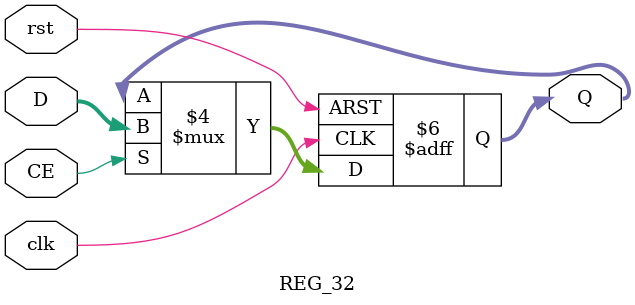
<source format=v>
`timescale 1ns / 1ps


module REG_32(
    input clk,
    input rst,
    input CE,
    input [31:0] D,
    output reg [31:0] Q
    );
    
    always @ (posedge clk or posedge rst) begin
        if(rst == 1'b1) begin
            Q <= 32'b0;
        end else if(CE == 1'b1) begin
            Q <= D;
        end
    end
            
endmodule

</source>
